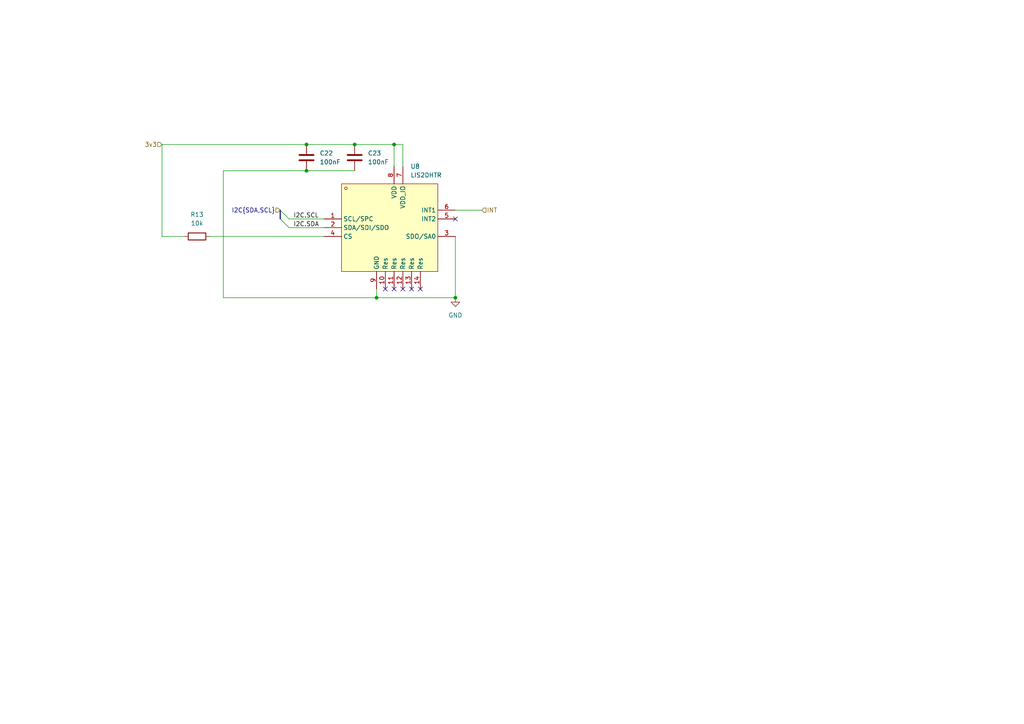
<source format=kicad_sch>
(kicad_sch (version 20250114) (generator "eeschema") (generator_version "9.0")
  (paper "A4")
  (lib_symbols
    (symbol "Device:C" (pin_numbers (hide yes)) (pin_names (offset 0.254))
      (property "Reference" "C" (at 0.635 2.54 0))
      (property "Value" "C" (at 0.635 -2.54 0))
      (symbol "C_0_1"
        (polyline (pts (xy -2.032 0.762) (xy 2.032 0.762)) (stroke (width 0.508)))
        (polyline (pts (xy -2.032 -0.762) (xy 2.032 -0.762)) (stroke (width 0.508)))
      )
      (symbol "C_1_1"
        (pin passive line (at 0 3.81 270) (length 2.794) (name "~") (number "1"))
        (pin passive line (at 0 -3.81 90) (length 2.794) (name "~") (number "2"))
      )
    )
    (symbol "Device:R" (pin_numbers (hide yes)) (pin_names (offset 0))
      (property "Reference" "R" (at 2.032 0 90))
      (property "Value" "R" (at 0 0 90))
      (symbol "R_0_1"
        (rectangle (start -1.016 -2.54) (end 1.016 2.54) (stroke (width 0.254)))
      )
      (symbol "R_1_1"
        (pin passive line (at 0 3.81 270) (length 1.27) (name "~") (number "1"))
        (pin passive line (at 0 -3.81 90) (length 1.27) (name "~") (number "2"))
      )
    )
    (symbol "easyeda2kicad:LIS2DHTR"
      (property "Reference" "U" (at 0 22.86 0))
      (property "Value" "LIS2DHTR" (at 0 -22.86 0))
      (symbol "LIS2DHTR_0_1"
        (rectangle (start -13.97 12.7) (end 13.97 -12.7) (fill (type background)))
        (circle (center -12.7 11.43) (radius 0.38))
        (pin input line (at -19.05 2.54 0) (length 5.08) (name "SCL/SPC") (number "1"))
        (pin bidirectional line (at -19.05 0 0) (length 5.08) (name "SDA/SDI/SDO") (number "2"))
        (pin input line (at -19.05 -2.54 0) (length 5.08) (name "CS") (number "4"))
        (pin bidirectional line (at -3.81 -17.78 90) (length 5.08) (name "GND") (number "9"))
        (pin bidirectional line (at -1.27 -17.78 90) (length 5.08) (name "Res") (number "10"))
        (pin bidirectional line (at 1.27 17.78 270) (length 5.08) (name "VDD") (number "8"))
        (pin bidirectional line (at 1.27 -17.78 90) (length 5.08) (name "Res") (number "11"))
        (pin bidirectional line (at 3.81 17.78 270) (length 5.08) (name "VDD_IO") (number "7"))
        (pin bidirectional line (at 3.81 -17.78 90) (length 5.08) (name "Res") (number "12"))
        (pin bidirectional line (at 6.35 -17.78 90) (length 5.08) (name "Res") (number "13"))
        (pin bidirectional line (at 8.89 -17.78 90) (length 5.08) (name "Res") (number "14"))
        (pin output line (at 19.05 5.08 180) (length 5.08) (name "INT1") (number "6"))
        (pin output line (at 19.05 2.54 180) (length 5.08) (name "INT2") (number "5"))
        (pin output line (at 19.05 -2.54 180) (length 5.08) (name "SDO/SA0") (number "3"))
      )
    )
    (symbol "power:GND" (power) (pin_numbers (hide yes)) (pin_names (offset 0) (hide yes))
      (property "Value" "GND" (at 0 -3.81 0))
      (symbol "GND_0_1"
        (polyline (pts (xy 0 0) (xy 0 -1.27) (xy 1.27 -1.27) (xy 0 -2.54) (xy -1.27 -1.27) (xy 0 -1.27)))
      )
      (symbol "GND_1_1"
        (pin power_in line (at 0 0 270) (length 0) (name "~") (number "1"))
      )
    )
  )
  (junction (at 88.9 49.53))
  (junction (at 114.3 41.91))
  (junction (at 102.87 41.91))
  (junction (at 88.9 41.91))
  (junction (at 132.08 86.36))
  (junction (at 109.22 86.36))
  (no_connect (at 114.3 83.82))
  (no_connect (at 132.08 63.5))
  (no_connect (at 119.38 83.82))
  (no_connect (at 111.76 83.82))
  (no_connect (at 116.84 83.82))
  (no_connect (at 121.92 83.82))
  (bus_entry (at 81.28 63.5) (size 2.54 2.54))
  (bus_entry (at 81.28 60.96) (size 2.54 2.54))
  (bus (pts (xy 81.28 60.96) (xy 81.28 63.5)))
  (wire (pts (xy 46.99 68.58) (xy 53.34 68.58)))
  (wire (pts (xy 88.9 41.91) (xy 46.99 41.91)))
  (wire (pts (xy 114.3 41.91) (xy 114.3 48.26)))
  (wire (pts (xy 102.87 41.91) (xy 88.9 41.91)))
  (wire (pts (xy 116.84 48.26) (xy 116.84 41.91)))
  (wire (pts (xy 116.84 41.91) (xy 114.3 41.91)))
  (wire (pts (xy 109.22 86.36) (xy 132.08 86.36)))
  (wire (pts (xy 83.82 63.5) (xy 93.98 63.5)))
  (wire (pts (xy 132.08 68.58) (xy 132.08 86.36)))
  (wire (pts (xy 88.9 49.53) (xy 64.77 49.53)))
  (wire (pts (xy 64.77 86.36) (xy 109.22 86.36)))
  (wire (pts (xy 132.08 60.96) (xy 139.7 60.96)))
  (wire (pts (xy 109.22 83.82) (xy 109.22 86.36)))
  (wire (pts (xy 114.3 41.91) (xy 102.87 41.91)))
  (wire (pts (xy 83.82 66.04) (xy 93.98 66.04)))
  (wire (pts (xy 46.99 41.91) (xy 46.99 68.58)))
  (wire (pts (xy 60.96 68.58) (xy 93.98 68.58)))
  (wire (pts (xy 64.77 49.53) (xy 64.77 86.36)))
  (wire (pts (xy 88.9 49.53) (xy 102.87 49.53)))
  (label "I2C.SDA" (at 85.09 66.04 0))
  (label "I2C.SCL" (at 85.09 63.5 0))
  (hierarchical_label "INT" (shape input) (at 139.7 60.96 0))
  (hierarchical_label "3v3" (shape input) (at 46.99 41.91 180))
  (hierarchical_label "I2C{SDA,SCL}" (shape input) (at 81.28 60.96 180))
  (symbol (lib_id "Device:C") (at 88.9 45.72 0) (unit 1)
    (property "Reference" "C22" (at 92.71 44.4499 0) (effects (justify left)))
    (property "Value" "100nF" (at 92.71 46.9899 0) (effects (justify left)))
    (property "Footprint" "Capacitor_SMD:C_0603_1608Metric" (effects (hide yes)))
    (property "Description" "Unpolarized capacitor" (effects (hide yes)))
  )
  (symbol (lib_id "Device:C") (at 102.87 45.72 0) (unit 1)
    (property "Reference" "C23" (at 106.68 44.4499 0) (effects (justify left)))
    (property "Value" "100nF" (at 106.68 46.9899 0) (effects (justify left)))
    (property "Footprint" "Capacitor_SMD:C_0603_1608Metric" (effects (hide yes)))
    (property "Description" "Unpolarized capacitor" (effects (hide yes)))
  )
  (symbol (lib_id "Device:R") (at 57.15 68.58 90) (unit 1)
    (property "Reference" "R13" (at 57.15 62.23 90))
    (property "Value" "10k" (at 57.15 64.77 90))
    (property "Footprint" "Resistor_SMD:R_0603_1608Metric" (effects (hide yes)))
    (property "Description" "Resistor" (effects (hide yes)))
  )
  (symbol (lib_id "easyeda2kicad:LIS2DHTR") (at 113.03 66.04 0) (unit 1)
    (property "Reference" "U8" (at 119.0341 48.26 0) (effects (justify left)))
    (property "Value" "LIS2DHTR" (at 119.0341 50.8 0) (effects (justify left)))
    (property "Footprint" "easyeda2kicad:LGA-14_L2.0-W2.0-P0.35-BL" (effects (hide yes)))
    (property "Datasheet" "https://lcsc.com/product-detail/Motion-Sensors-Accelerometers_STMicroelectronics_LIS2DHTR_LIS2DHTR_C155670.html" (effects (hide yes)))
    (property "LCSC Part" "C155670" (effects (hide yes)))
  )
  (symbol (lib_id "power:GND") (at 132.08 86.36 0) (unit 1)
    (property "Reference" "#PWR016" (effects (hide yes)))
    (property "Value" "GND" (at 132.08 91.44 0))
    (property "Description" "Power symbol creates a global label with name \"GND\" , ground" (effects (hide yes)))
  )
)
</source>
